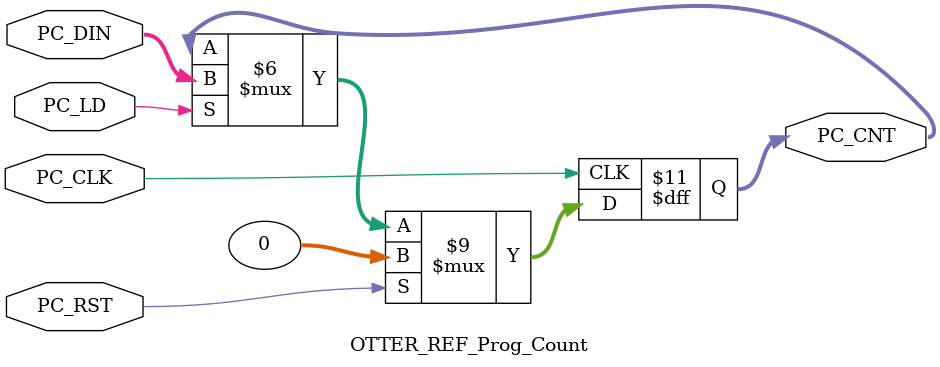
<source format=sv>
`timescale 1ns / 1ps

module OTTER_REF_Prog_Count (
    input  logic        PC_CLK,
    input  logic        PC_RST,
    input  logic        PC_LD,
    input  logic [31:0] PC_DIN,
    output logic [31:0] PC_CNT = 0
);
    always_ff @(posedge PC_CLK) begin
        if (PC_RST == 1'b1) PC_CNT <= '0;  // Reset counter
        else if (PC_LD == 1'b1) PC_CNT <= PC_DIN;  // Load new value
        else PC_CNT <= PC_CNT;  // Prevent latching
    end
endmodule

</source>
